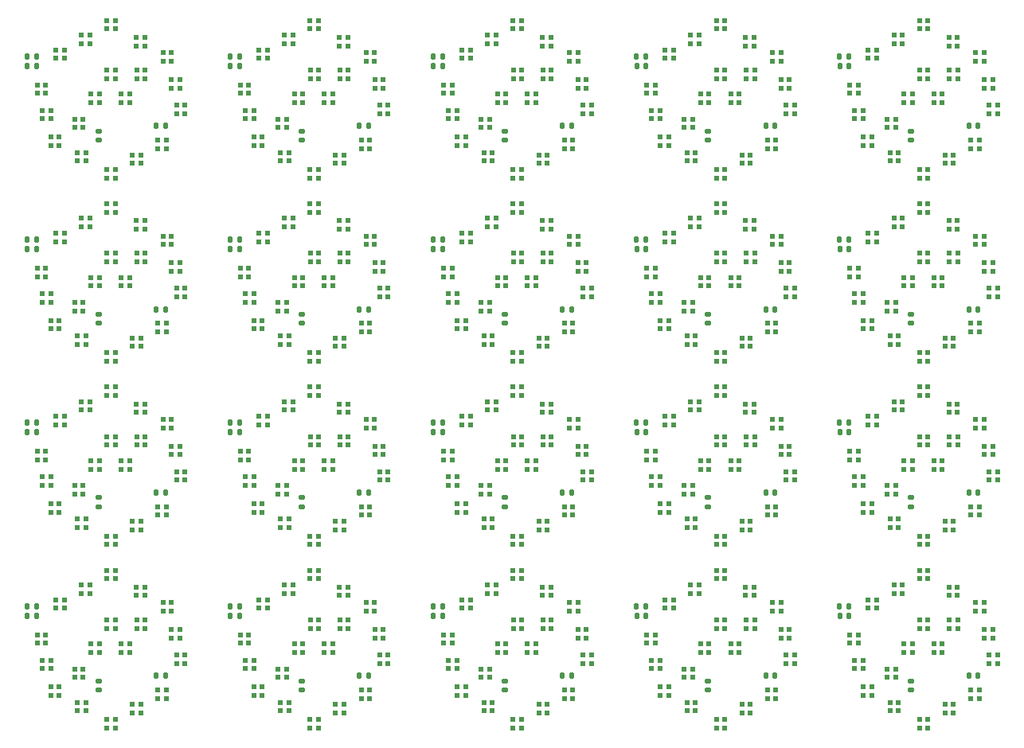
<source format=gbr>
%TF.GenerationSoftware,KiCad,Pcbnew,8.0.4*%
%TF.CreationDate,2024-10-23T13:10:21+11:00*%
%TF.ProjectId,panel,70616e65-6c2e-46b6-9963-61645f706362,rev?*%
%TF.SameCoordinates,Original*%
%TF.FileFunction,Paste,Top*%
%TF.FilePolarity,Positive*%
%FSLAX46Y46*%
G04 Gerber Fmt 4.6, Leading zero omitted, Abs format (unit mm)*
G04 Created by KiCad (PCBNEW 8.0.4) date 2024-10-23 13:10:21*
%MOMM*%
%LPD*%
G01*
G04 APERTURE LIST*
G04 Aperture macros list*
%AMRoundRect*
0 Rectangle with rounded corners*
0 $1 Rounding radius*
0 $2 $3 $4 $5 $6 $7 $8 $9 X,Y pos of 4 corners*
0 Add a 4 corners polygon primitive as box body*
4,1,4,$2,$3,$4,$5,$6,$7,$8,$9,$2,$3,0*
0 Add four circle primitives for the rounded corners*
1,1,$1+$1,$2,$3*
1,1,$1+$1,$4,$5*
1,1,$1+$1,$6,$7*
1,1,$1+$1,$8,$9*
0 Add four rect primitives between the rounded corners*
20,1,$1+$1,$2,$3,$4,$5,0*
20,1,$1+$1,$4,$5,$6,$7,0*
20,1,$1+$1,$6,$7,$8,$9,0*
20,1,$1+$1,$8,$9,$2,$3,0*%
G04 Aperture macros list end*
%ADD10R,0.500000X0.500000*%
%ADD11RoundRect,0.140000X-0.140000X-0.170000X0.140000X-0.170000X0.140000X0.170000X-0.140000X0.170000X0*%
%ADD12RoundRect,0.135000X0.135000X0.185000X-0.135000X0.185000X-0.135000X-0.185000X0.135000X-0.185000X0*%
%ADD13RoundRect,0.140000X0.170000X-0.140000X0.170000X0.140000X-0.170000X0.140000X-0.170000X-0.140000X0*%
G04 APERTURE END LIST*
D10*
%TO.C,D11*%
X58325000Y-42834347D03*
X58325000Y-41934347D03*
X57425000Y-41934347D03*
X57425000Y-42834347D03*
%TD*%
%TO.C,D7*%
X46356250Y-56369578D03*
X46356250Y-57269578D03*
X47256250Y-57269578D03*
X47256250Y-56369578D03*
%TD*%
%TO.C,D5*%
X66518750Y-11807493D03*
X66518750Y-12707493D03*
X67418750Y-12707493D03*
X67418750Y-11807493D03*
%TD*%
%TO.C,D2*%
X57831250Y-48931105D03*
X57831250Y-49831105D03*
X58731250Y-49831105D03*
X58731250Y-48931105D03*
%TD*%
D11*
%TO.C,C1*%
X8880000Y-13194000D03*
X9840000Y-13194000D03*
%TD*%
D10*
%TO.C,D15*%
X100327837Y-57872522D03*
X100327837Y-58772522D03*
X101227837Y-58772522D03*
X101227837Y-57872522D03*
%TD*%
%TO.C,D8*%
X88487500Y-80499224D03*
X88487500Y-79599224D03*
X87587500Y-79599224D03*
X87587500Y-80499224D03*
%TD*%
%TO.C,D13*%
X97775000Y-18830274D03*
X97775000Y-17930274D03*
X96875000Y-17930274D03*
X96875000Y-18830274D03*
%TD*%
%TO.C,D16*%
X37275357Y-56118005D03*
X38175357Y-56118005D03*
X38175357Y-55218005D03*
X37275357Y-55218005D03*
%TD*%
%TO.C,D9*%
X42568750Y-62568895D03*
X42568750Y-61668895D03*
X41668750Y-61668895D03*
X41668750Y-62568895D03*
%TD*%
%TO.C,D14*%
X75643750Y-74630422D03*
X75643750Y-73730422D03*
X74743750Y-73730422D03*
X74743750Y-74630422D03*
%TD*%
%TO.C,D3*%
X60550000Y-8361434D03*
X60550000Y-9261434D03*
X61450000Y-9261434D03*
X61450000Y-8361434D03*
%TD*%
%TO.C,D11*%
X36725000Y-62334347D03*
X36725000Y-61434347D03*
X35825000Y-61434347D03*
X35825000Y-62334347D03*
%TD*%
%TO.C,D3*%
X82150000Y-8361434D03*
X82150000Y-9261434D03*
X83050000Y-9261434D03*
X83050000Y-8361434D03*
%TD*%
%TO.C,D4*%
X63675000Y-10165653D03*
X63675000Y-11065653D03*
X64575000Y-11065653D03*
X64575000Y-10165653D03*
%TD*%
D11*
%TO.C,C1*%
X30480000Y-71694000D03*
X31440000Y-71694000D03*
%TD*%
D10*
%TO.C,D5*%
X66518750Y-70307493D03*
X66518750Y-71207493D03*
X67418750Y-71207493D03*
X67418750Y-70307493D03*
%TD*%
%TO.C,D8*%
X66887500Y-60999224D03*
X66887500Y-60099224D03*
X65987500Y-60099224D03*
X65987500Y-60999224D03*
%TD*%
%TO.C,D18*%
X38965165Y-73051132D03*
X39865165Y-73051132D03*
X39865165Y-72151132D03*
X38965165Y-72151132D03*
%TD*%
%TO.C,D4*%
X42075000Y-49165653D03*
X42075000Y-50065653D03*
X42975000Y-50065653D03*
X42975000Y-49165653D03*
%TD*%
%TO.C,D8*%
X66887500Y-41499224D03*
X66887500Y-40599224D03*
X65987500Y-40599224D03*
X65987500Y-41499224D03*
%TD*%
%TO.C,D12*%
X98681250Y-41192507D03*
X98681250Y-40292507D03*
X97781250Y-40292507D03*
X97781250Y-41192507D03*
%TD*%
%TO.C,D19*%
X106911190Y-72151132D03*
X106911190Y-73051132D03*
X107811190Y-73051132D03*
X107811190Y-72151132D03*
%TD*%
%TO.C,D10*%
X104650000Y-83638566D03*
X104650000Y-82738566D03*
X103750000Y-82738566D03*
X103750000Y-83638566D03*
%TD*%
D11*
%TO.C,C2*%
X87396000Y-58602000D03*
X88356000Y-58602000D03*
%TD*%
D10*
%TO.C,D10*%
X83050000Y-25138566D03*
X83050000Y-24238566D03*
X82150000Y-24238566D03*
X82150000Y-25138566D03*
%TD*%
%TO.C,D16*%
X37275357Y-17118005D03*
X38175357Y-17118005D03*
X38175357Y-16218005D03*
X37275357Y-16218005D03*
%TD*%
%TO.C,D7*%
X46356250Y-36869578D03*
X46356250Y-37769578D03*
X47256250Y-37769578D03*
X47256250Y-36869578D03*
%TD*%
D12*
%TO.C,R1*%
X74670000Y-12178000D03*
X73650000Y-12178000D03*
%TD*%
D10*
%TO.C,D6*%
X89025000Y-53669726D03*
X89025000Y-54569726D03*
X89925000Y-54569726D03*
X89925000Y-53669726D03*
%TD*%
%TO.C,D2*%
X101031250Y-48931105D03*
X101031250Y-49831105D03*
X101931250Y-49831105D03*
X101931250Y-48931105D03*
%TD*%
%TO.C,D7*%
X24756250Y-36869578D03*
X24756250Y-37769578D03*
X25656250Y-37769578D03*
X25656250Y-36869578D03*
%TD*%
%TO.C,D14*%
X97243750Y-74630422D03*
X97243750Y-73730422D03*
X96343750Y-73730422D03*
X96343750Y-74630422D03*
%TD*%
%TO.C,D12*%
X77081250Y-41192507D03*
X77081250Y-40292507D03*
X76181250Y-40292507D03*
X76181250Y-41192507D03*
%TD*%
%TO.C,D15*%
X57127837Y-77372522D03*
X57127837Y-78272522D03*
X58027837Y-78272522D03*
X58027837Y-77372522D03*
%TD*%
%TO.C,D17*%
X62076664Y-36618005D03*
X62976664Y-36618005D03*
X62976664Y-35718005D03*
X62076664Y-35718005D03*
%TD*%
%TO.C,D14*%
X10843750Y-16130422D03*
X10843750Y-15230422D03*
X9943750Y-15230422D03*
X9943750Y-16130422D03*
%TD*%
%TO.C,D1*%
X98312500Y-11500776D03*
X98312500Y-12400776D03*
X99212500Y-12400776D03*
X99212500Y-11500776D03*
%TD*%
%TO.C,D4*%
X42075000Y-29665653D03*
X42075000Y-30565653D03*
X42975000Y-30565653D03*
X42975000Y-29665653D03*
%TD*%
D11*
%TO.C,C2*%
X87396000Y-39102000D03*
X88356000Y-39102000D03*
%TD*%
D12*
%TO.C,R1*%
X96270000Y-31678000D03*
X95250000Y-31678000D03*
%TD*%
D10*
%TO.C,D11*%
X79925000Y-42834347D03*
X79925000Y-41934347D03*
X79025000Y-41934347D03*
X79025000Y-42834347D03*
%TD*%
%TO.C,D4*%
X63675000Y-29665653D03*
X63675000Y-30565653D03*
X64575000Y-30565653D03*
X64575000Y-29665653D03*
%TD*%
%TO.C,D5*%
X23318750Y-11807493D03*
X23318750Y-12707493D03*
X24218750Y-12707493D03*
X24218750Y-11807493D03*
%TD*%
%TO.C,D9*%
X85768750Y-82068895D03*
X85768750Y-81168895D03*
X84868750Y-81168895D03*
X84868750Y-82068895D03*
%TD*%
%TO.C,D3*%
X103750000Y-8361434D03*
X103750000Y-9261434D03*
X104650000Y-9261434D03*
X104650000Y-8361434D03*
%TD*%
%TO.C,D11*%
X15125000Y-81834347D03*
X15125000Y-80934347D03*
X14225000Y-80934347D03*
X14225000Y-81834347D03*
%TD*%
%TO.C,D8*%
X66887500Y-21999224D03*
X66887500Y-21099224D03*
X65987500Y-21099224D03*
X65987500Y-21999224D03*
%TD*%
D11*
%TO.C,C2*%
X87396000Y-19602000D03*
X88356000Y-19602000D03*
%TD*%
D13*
%TO.C,C3*%
X81272000Y-40598000D03*
X81272000Y-39638000D03*
%TD*%
D10*
%TO.C,D17*%
X105276664Y-75618005D03*
X106176664Y-75618005D03*
X106176664Y-74718005D03*
X105276664Y-74718005D03*
%TD*%
D11*
%TO.C,C1*%
X95280000Y-32694000D03*
X96240000Y-32694000D03*
%TD*%
D10*
%TO.C,D18*%
X103765165Y-14551132D03*
X104665165Y-14551132D03*
X104665165Y-13651132D03*
X103765165Y-13651132D03*
%TD*%
D11*
%TO.C,C2*%
X108996000Y-58602000D03*
X109956000Y-58602000D03*
%TD*%
D10*
%TO.C,D15*%
X57127837Y-57872522D03*
X57127837Y-58772522D03*
X58027837Y-58772522D03*
X58027837Y-57872522D03*
%TD*%
D11*
%TO.C,C2*%
X65796000Y-78102000D03*
X66756000Y-78102000D03*
%TD*%
D10*
%TO.C,D9*%
X64168750Y-82068895D03*
X64168750Y-81168895D03*
X63268750Y-81168895D03*
X63268750Y-82068895D03*
%TD*%
%TO.C,D3*%
X38950000Y-27861434D03*
X38950000Y-28761434D03*
X39850000Y-28761434D03*
X39850000Y-27861434D03*
%TD*%
%TO.C,D9*%
X42568750Y-43068895D03*
X42568750Y-42168895D03*
X41668750Y-42168895D03*
X41668750Y-43068895D03*
%TD*%
D13*
%TO.C,C3*%
X81272000Y-21098000D03*
X81272000Y-20138000D03*
%TD*%
D10*
%TO.C,D4*%
X20475000Y-10165653D03*
X20475000Y-11065653D03*
X21375000Y-11065653D03*
X21375000Y-10165653D03*
%TD*%
D11*
%TO.C,C1*%
X73680000Y-32694000D03*
X74640000Y-32694000D03*
%TD*%
D10*
%TO.C,D12*%
X98681250Y-60692507D03*
X98681250Y-59792507D03*
X97781250Y-59792507D03*
X97781250Y-60692507D03*
%TD*%
%TO.C,D19*%
X63711190Y-33151132D03*
X63711190Y-34051132D03*
X64611190Y-34051132D03*
X64611190Y-33151132D03*
%TD*%
%TO.C,D10*%
X61450000Y-44638566D03*
X61450000Y-43738566D03*
X60550000Y-43738566D03*
X60550000Y-44638566D03*
%TD*%
%TO.C,D17*%
X105276664Y-56118005D03*
X106176664Y-56118005D03*
X106176664Y-55218005D03*
X105276664Y-55218005D03*
%TD*%
%TO.C,D2*%
X14631250Y-48931105D03*
X14631250Y-49831105D03*
X15531250Y-49831105D03*
X15531250Y-48931105D03*
%TD*%
%TO.C,D5*%
X88118750Y-11807493D03*
X88118750Y-12707493D03*
X89018750Y-12707493D03*
X89018750Y-11807493D03*
%TD*%
%TO.C,D5*%
X66518750Y-31307493D03*
X66518750Y-32207493D03*
X67418750Y-32207493D03*
X67418750Y-31307493D03*
%TD*%
%TO.C,D14*%
X32443750Y-55130422D03*
X32443750Y-54230422D03*
X31543750Y-54230422D03*
X31543750Y-55130422D03*
%TD*%
%TO.C,D18*%
X17365165Y-14551132D03*
X18265165Y-14551132D03*
X18265165Y-13651132D03*
X17365165Y-13651132D03*
%TD*%
%TO.C,D19*%
X42111190Y-13651132D03*
X42111190Y-14551132D03*
X43011190Y-14551132D03*
X43011190Y-13651132D03*
%TD*%
%TO.C,D8*%
X88487500Y-60999224D03*
X88487500Y-60099224D03*
X87587500Y-60099224D03*
X87587500Y-60999224D03*
%TD*%
%TO.C,D14*%
X10843750Y-35630422D03*
X10843750Y-34730422D03*
X9943750Y-34730422D03*
X9943750Y-35630422D03*
%TD*%
%TO.C,D10*%
X18250000Y-25138566D03*
X18250000Y-24238566D03*
X17350000Y-24238566D03*
X17350000Y-25138566D03*
%TD*%
%TO.C,D12*%
X12281250Y-21692507D03*
X12281250Y-20792507D03*
X11381250Y-20792507D03*
X11381250Y-21692507D03*
%TD*%
%TO.C,D2*%
X79431250Y-29431105D03*
X79431250Y-30331105D03*
X80331250Y-30331105D03*
X80331250Y-29431105D03*
%TD*%
D11*
%TO.C,C1*%
X73680000Y-13194000D03*
X74640000Y-13194000D03*
%TD*%
D10*
%TO.C,D15*%
X100327837Y-18872522D03*
X100327837Y-19772522D03*
X101227837Y-19772522D03*
X101227837Y-18872522D03*
%TD*%
%TO.C,D8*%
X23687500Y-21999224D03*
X23687500Y-21099224D03*
X22787500Y-21099224D03*
X22787500Y-21999224D03*
%TD*%
%TO.C,D7*%
X67956250Y-75869578D03*
X67956250Y-76769578D03*
X68856250Y-76769578D03*
X68856250Y-75869578D03*
%TD*%
D12*
%TO.C,R1*%
X96270000Y-12178000D03*
X95250000Y-12178000D03*
%TD*%
D10*
%TO.C,D10*%
X61450000Y-25138566D03*
X61450000Y-24238566D03*
X60550000Y-24238566D03*
X60550000Y-25138566D03*
%TD*%
D12*
%TO.C,R1*%
X53070000Y-31678000D03*
X52050000Y-31678000D03*
%TD*%
D10*
%TO.C,D1*%
X33512500Y-11500776D03*
X33512500Y-12400776D03*
X34412500Y-12400776D03*
X34412500Y-11500776D03*
%TD*%
%TO.C,D8*%
X88487500Y-21999224D03*
X88487500Y-21099224D03*
X87587500Y-21099224D03*
X87587500Y-21999224D03*
%TD*%
D11*
%TO.C,C1*%
X73680000Y-52194000D03*
X74640000Y-52194000D03*
%TD*%
%TO.C,C2*%
X87396000Y-78102000D03*
X88356000Y-78102000D03*
%TD*%
D10*
%TO.C,D10*%
X18250000Y-83638566D03*
X18250000Y-82738566D03*
X17350000Y-82738566D03*
X17350000Y-83638566D03*
%TD*%
D13*
%TO.C,C3*%
X38072000Y-79598000D03*
X38072000Y-78638000D03*
%TD*%
D10*
%TO.C,D17*%
X40476664Y-17118005D03*
X41376664Y-17118005D03*
X41376664Y-16218005D03*
X40476664Y-16218005D03*
%TD*%
D11*
%TO.C,C2*%
X44196000Y-58602000D03*
X45156000Y-58602000D03*
%TD*%
D10*
%TO.C,D8*%
X23687500Y-41499224D03*
X23687500Y-40599224D03*
X22787500Y-40599224D03*
X22787500Y-41499224D03*
%TD*%
%TO.C,D18*%
X60565165Y-34051132D03*
X61465165Y-34051132D03*
X61465165Y-33151132D03*
X60565165Y-33151132D03*
%TD*%
%TO.C,D8*%
X88487500Y-41499224D03*
X88487500Y-40599224D03*
X87587500Y-40599224D03*
X87587500Y-41499224D03*
%TD*%
%TO.C,D6*%
X45825000Y-34169726D03*
X45825000Y-35069726D03*
X46725000Y-35069726D03*
X46725000Y-34169726D03*
%TD*%
%TO.C,D19*%
X20511190Y-72151132D03*
X20511190Y-73051132D03*
X21411190Y-73051132D03*
X21411190Y-72151132D03*
%TD*%
%TO.C,D3*%
X17350000Y-66861434D03*
X17350000Y-67761434D03*
X18250000Y-67761434D03*
X18250000Y-66861434D03*
%TD*%
%TO.C,D11*%
X101525000Y-81834347D03*
X101525000Y-80934347D03*
X100625000Y-80934347D03*
X100625000Y-81834347D03*
%TD*%
%TO.C,D18*%
X17365165Y-53551132D03*
X18265165Y-53551132D03*
X18265165Y-52651132D03*
X17365165Y-52651132D03*
%TD*%
D12*
%TO.C,R1*%
X74670000Y-70678000D03*
X73650000Y-70678000D03*
%TD*%
D10*
%TO.C,D1*%
X33512500Y-31000776D03*
X33512500Y-31900776D03*
X34412500Y-31900776D03*
X34412500Y-31000776D03*
%TD*%
%TO.C,D12*%
X33881250Y-41192507D03*
X33881250Y-40292507D03*
X32981250Y-40292507D03*
X32981250Y-41192507D03*
%TD*%
%TO.C,D8*%
X110087500Y-80499224D03*
X110087500Y-79599224D03*
X109187500Y-79599224D03*
X109187500Y-80499224D03*
%TD*%
%TO.C,D6*%
X24225000Y-34169726D03*
X24225000Y-35069726D03*
X25125000Y-35069726D03*
X25125000Y-34169726D03*
%TD*%
%TO.C,D3*%
X60550000Y-66861434D03*
X60550000Y-67761434D03*
X61450000Y-67761434D03*
X61450000Y-66861434D03*
%TD*%
D12*
%TO.C,R1*%
X9870000Y-12178000D03*
X8850000Y-12178000D03*
%TD*%
D10*
%TO.C,D16*%
X80475357Y-17118005D03*
X81375357Y-17118005D03*
X81375357Y-16218005D03*
X80475357Y-16218005D03*
%TD*%
%TO.C,D14*%
X75643750Y-55130422D03*
X75643750Y-54230422D03*
X74743750Y-54230422D03*
X74743750Y-55130422D03*
%TD*%
%TO.C,D9*%
X20968750Y-23568895D03*
X20968750Y-22668895D03*
X20068750Y-22668895D03*
X20068750Y-23568895D03*
%TD*%
%TO.C,D19*%
X85311190Y-13651132D03*
X85311190Y-14551132D03*
X86211190Y-14551132D03*
X86211190Y-13651132D03*
%TD*%
%TO.C,D9*%
X85768750Y-43068895D03*
X85768750Y-42168895D03*
X84868750Y-42168895D03*
X84868750Y-43068895D03*
%TD*%
%TO.C,D16*%
X58875357Y-36618005D03*
X59775357Y-36618005D03*
X59775357Y-35718005D03*
X58875357Y-35718005D03*
%TD*%
%TO.C,D6*%
X110625000Y-73169726D03*
X110625000Y-74069726D03*
X111525000Y-74069726D03*
X111525000Y-73169726D03*
%TD*%
D11*
%TO.C,C1*%
X52080000Y-32694000D03*
X53040000Y-32694000D03*
%TD*%
D13*
%TO.C,C3*%
X59672000Y-60098000D03*
X59672000Y-59138000D03*
%TD*%
D10*
%TO.C,D11*%
X101525000Y-23334347D03*
X101525000Y-22434347D03*
X100625000Y-22434347D03*
X100625000Y-23334347D03*
%TD*%
%TO.C,D19*%
X42111190Y-52651132D03*
X42111190Y-53551132D03*
X43011190Y-53551132D03*
X43011190Y-52651132D03*
%TD*%
D12*
%TO.C,R1*%
X31470000Y-70678000D03*
X30450000Y-70678000D03*
%TD*%
D10*
%TO.C,D3*%
X17350000Y-47361434D03*
X17350000Y-48261434D03*
X18250000Y-48261434D03*
X18250000Y-47361434D03*
%TD*%
%TO.C,D17*%
X18876664Y-56118005D03*
X19776664Y-56118005D03*
X19776664Y-55218005D03*
X18876664Y-55218005D03*
%TD*%
%TO.C,D16*%
X58875357Y-75618005D03*
X59775357Y-75618005D03*
X59775357Y-74718005D03*
X58875357Y-74718005D03*
%TD*%
%TO.C,D17*%
X105276664Y-36618005D03*
X106176664Y-36618005D03*
X106176664Y-35718005D03*
X105276664Y-35718005D03*
%TD*%
%TO.C,D9*%
X20968750Y-82068895D03*
X20968750Y-81168895D03*
X20068750Y-81168895D03*
X20068750Y-82068895D03*
%TD*%
%TO.C,D8*%
X110087500Y-60999224D03*
X110087500Y-60099224D03*
X109187500Y-60099224D03*
X109187500Y-60999224D03*
%TD*%
%TO.C,D14*%
X54043750Y-35630422D03*
X54043750Y-34730422D03*
X53143750Y-34730422D03*
X53143750Y-35630422D03*
%TD*%
D12*
%TO.C,R1*%
X96270000Y-70678000D03*
X95250000Y-70678000D03*
%TD*%
D10*
%TO.C,D18*%
X17365165Y-34051132D03*
X18265165Y-34051132D03*
X18265165Y-33151132D03*
X17365165Y-33151132D03*
%TD*%
%TO.C,D8*%
X45287500Y-80499224D03*
X45287500Y-79599224D03*
X44387500Y-79599224D03*
X44387500Y-80499224D03*
%TD*%
%TO.C,D18*%
X38965165Y-14551132D03*
X39865165Y-14551132D03*
X39865165Y-13651132D03*
X38965165Y-13651132D03*
%TD*%
%TO.C,D6*%
X67425000Y-14669726D03*
X67425000Y-15569726D03*
X68325000Y-15569726D03*
X68325000Y-14669726D03*
%TD*%
%TO.C,D14*%
X97243750Y-16130422D03*
X97243750Y-15230422D03*
X96343750Y-15230422D03*
X96343750Y-16130422D03*
%TD*%
%TO.C,D14*%
X54043750Y-55130422D03*
X54043750Y-54230422D03*
X53143750Y-54230422D03*
X53143750Y-55130422D03*
%TD*%
D13*
%TO.C,C3*%
X102872000Y-40598000D03*
X102872000Y-39638000D03*
%TD*%
D10*
%TO.C,D7*%
X111156250Y-56369578D03*
X111156250Y-57269578D03*
X112056250Y-57269578D03*
X112056250Y-56369578D03*
%TD*%
%TO.C,D13*%
X76175000Y-18830274D03*
X76175000Y-17930274D03*
X75275000Y-17930274D03*
X75275000Y-18830274D03*
%TD*%
%TO.C,D4*%
X106875000Y-68665653D03*
X106875000Y-69565653D03*
X107775000Y-69565653D03*
X107775000Y-68665653D03*
%TD*%
%TO.C,D1*%
X98312500Y-31000776D03*
X98312500Y-31900776D03*
X99212500Y-31900776D03*
X99212500Y-31000776D03*
%TD*%
%TO.C,D4*%
X85275000Y-29665653D03*
X85275000Y-30565653D03*
X86175000Y-30565653D03*
X86175000Y-29665653D03*
%TD*%
%TO.C,D4*%
X85275000Y-68665653D03*
X85275000Y-69565653D03*
X86175000Y-69565653D03*
X86175000Y-68665653D03*
%TD*%
%TO.C,D18*%
X60565165Y-53551132D03*
X61465165Y-53551132D03*
X61465165Y-52651132D03*
X60565165Y-52651132D03*
%TD*%
%TO.C,D13*%
X76175000Y-77330274D03*
X76175000Y-76430274D03*
X75275000Y-76430274D03*
X75275000Y-77330274D03*
%TD*%
%TO.C,D16*%
X37275357Y-36618005D03*
X38175357Y-36618005D03*
X38175357Y-35718005D03*
X37275357Y-35718005D03*
%TD*%
%TO.C,D12*%
X55481250Y-41192507D03*
X55481250Y-40292507D03*
X54581250Y-40292507D03*
X54581250Y-41192507D03*
%TD*%
%TO.C,D19*%
X63711190Y-72151132D03*
X63711190Y-73051132D03*
X64611190Y-73051132D03*
X64611190Y-72151132D03*
%TD*%
D11*
%TO.C,C1*%
X30480000Y-13194000D03*
X31440000Y-13194000D03*
%TD*%
D10*
%TO.C,D4*%
X42075000Y-10165653D03*
X42075000Y-11065653D03*
X42975000Y-11065653D03*
X42975000Y-10165653D03*
%TD*%
%TO.C,D18*%
X60565165Y-73051132D03*
X61465165Y-73051132D03*
X61465165Y-72151132D03*
X60565165Y-72151132D03*
%TD*%
%TO.C,D3*%
X103750000Y-27861434D03*
X103750000Y-28761434D03*
X104650000Y-28761434D03*
X104650000Y-27861434D03*
%TD*%
D11*
%TO.C,C2*%
X65796000Y-58602000D03*
X66756000Y-58602000D03*
%TD*%
%TO.C,C1*%
X8880000Y-71694000D03*
X9840000Y-71694000D03*
%TD*%
D10*
%TO.C,D18*%
X38965165Y-34051132D03*
X39865165Y-34051132D03*
X39865165Y-33151132D03*
X38965165Y-33151132D03*
%TD*%
%TO.C,D7*%
X67956250Y-56369578D03*
X67956250Y-57269578D03*
X68856250Y-57269578D03*
X68856250Y-56369578D03*
%TD*%
%TO.C,D1*%
X11912500Y-50500776D03*
X11912500Y-51400776D03*
X12812500Y-51400776D03*
X12812500Y-50500776D03*
%TD*%
%TO.C,D9*%
X107368750Y-62568895D03*
X107368750Y-61668895D03*
X106468750Y-61668895D03*
X106468750Y-62568895D03*
%TD*%
%TO.C,D12*%
X77081250Y-80192507D03*
X77081250Y-79292507D03*
X76181250Y-79292507D03*
X76181250Y-80192507D03*
%TD*%
%TO.C,D13*%
X97775000Y-38330274D03*
X97775000Y-37430274D03*
X96875000Y-37430274D03*
X96875000Y-38330274D03*
%TD*%
%TO.C,D17*%
X18876664Y-36618005D03*
X19776664Y-36618005D03*
X19776664Y-35718005D03*
X18876664Y-35718005D03*
%TD*%
%TO.C,D4*%
X85275000Y-49165653D03*
X85275000Y-50065653D03*
X86175000Y-50065653D03*
X86175000Y-49165653D03*
%TD*%
%TO.C,D7*%
X111156250Y-17369578D03*
X111156250Y-18269578D03*
X112056250Y-18269578D03*
X112056250Y-17369578D03*
%TD*%
%TO.C,D17*%
X83676664Y-56118005D03*
X84576664Y-56118005D03*
X84576664Y-55218005D03*
X83676664Y-55218005D03*
%TD*%
%TO.C,D10*%
X39850000Y-64138566D03*
X39850000Y-63238566D03*
X38950000Y-63238566D03*
X38950000Y-64138566D03*
%TD*%
%TO.C,D2*%
X14631250Y-9931105D03*
X14631250Y-10831105D03*
X15531250Y-10831105D03*
X15531250Y-9931105D03*
%TD*%
%TO.C,D17*%
X18876664Y-17118005D03*
X19776664Y-17118005D03*
X19776664Y-16218005D03*
X18876664Y-16218005D03*
%TD*%
%TO.C,D2*%
X57831250Y-9931105D03*
X57831250Y-10831105D03*
X58731250Y-10831105D03*
X58731250Y-9931105D03*
%TD*%
%TO.C,D13*%
X97775000Y-57830274D03*
X97775000Y-56930274D03*
X96875000Y-56930274D03*
X96875000Y-57830274D03*
%TD*%
%TO.C,D14*%
X10843750Y-55130422D03*
X10843750Y-54230422D03*
X9943750Y-54230422D03*
X9943750Y-55130422D03*
%TD*%
D13*
%TO.C,C3*%
X38072000Y-40598000D03*
X38072000Y-39638000D03*
%TD*%
D10*
%TO.C,D7*%
X67956250Y-17369578D03*
X67956250Y-18269578D03*
X68856250Y-18269578D03*
X68856250Y-17369578D03*
%TD*%
%TO.C,D18*%
X82165165Y-53551132D03*
X83065165Y-53551132D03*
X83065165Y-52651132D03*
X82165165Y-52651132D03*
%TD*%
%TO.C,D15*%
X100327837Y-77372522D03*
X100327837Y-78272522D03*
X101227837Y-78272522D03*
X101227837Y-77372522D03*
%TD*%
%TO.C,D6*%
X110625000Y-34169726D03*
X110625000Y-35069726D03*
X111525000Y-35069726D03*
X111525000Y-34169726D03*
%TD*%
%TO.C,D5*%
X88118750Y-31307493D03*
X88118750Y-32207493D03*
X89018750Y-32207493D03*
X89018750Y-31307493D03*
%TD*%
%TO.C,D15*%
X78727837Y-77372522D03*
X78727837Y-78272522D03*
X79627837Y-78272522D03*
X79627837Y-77372522D03*
%TD*%
%TO.C,D9*%
X42568750Y-82068895D03*
X42568750Y-81168895D03*
X41668750Y-81168895D03*
X41668750Y-82068895D03*
%TD*%
D11*
%TO.C,C1*%
X52080000Y-71694000D03*
X53040000Y-71694000D03*
%TD*%
D10*
%TO.C,D13*%
X54575000Y-18830274D03*
X54575000Y-17930274D03*
X53675000Y-17930274D03*
X53675000Y-18830274D03*
%TD*%
%TO.C,D14*%
X75643750Y-16130422D03*
X75643750Y-15230422D03*
X74743750Y-15230422D03*
X74743750Y-16130422D03*
%TD*%
%TO.C,D19*%
X106911190Y-52651132D03*
X106911190Y-53551132D03*
X107811190Y-53551132D03*
X107811190Y-52651132D03*
%TD*%
%TO.C,D5*%
X88118750Y-70307493D03*
X88118750Y-71207493D03*
X89018750Y-71207493D03*
X89018750Y-70307493D03*
%TD*%
%TO.C,D10*%
X39850000Y-83638566D03*
X39850000Y-82738566D03*
X38950000Y-82738566D03*
X38950000Y-83638566D03*
%TD*%
%TO.C,D4*%
X63675000Y-68665653D03*
X63675000Y-69565653D03*
X64575000Y-69565653D03*
X64575000Y-68665653D03*
%TD*%
D13*
%TO.C,C3*%
X16472000Y-79598000D03*
X16472000Y-78638000D03*
%TD*%
D10*
%TO.C,D15*%
X78727837Y-18872522D03*
X78727837Y-19772522D03*
X79627837Y-19772522D03*
X79627837Y-18872522D03*
%TD*%
%TO.C,D11*%
X58325000Y-23334347D03*
X58325000Y-22434347D03*
X57425000Y-22434347D03*
X57425000Y-23334347D03*
%TD*%
%TO.C,D5*%
X109718750Y-11807493D03*
X109718750Y-12707493D03*
X110618750Y-12707493D03*
X110618750Y-11807493D03*
%TD*%
%TO.C,D13*%
X11375000Y-57830274D03*
X11375000Y-56930274D03*
X10475000Y-56930274D03*
X10475000Y-57830274D03*
%TD*%
%TO.C,D10*%
X104650000Y-64138566D03*
X104650000Y-63238566D03*
X103750000Y-63238566D03*
X103750000Y-64138566D03*
%TD*%
%TO.C,D13*%
X11375000Y-38330274D03*
X11375000Y-37430274D03*
X10475000Y-37430274D03*
X10475000Y-38330274D03*
%TD*%
%TO.C,D13*%
X54575000Y-57830274D03*
X54575000Y-56930274D03*
X53675000Y-56930274D03*
X53675000Y-57830274D03*
%TD*%
%TO.C,D15*%
X57127837Y-38372522D03*
X57127837Y-39272522D03*
X58027837Y-39272522D03*
X58027837Y-38372522D03*
%TD*%
%TO.C,D9*%
X20968750Y-62568895D03*
X20968750Y-61668895D03*
X20068750Y-61668895D03*
X20068750Y-62568895D03*
%TD*%
%TO.C,D11*%
X58325000Y-62334347D03*
X58325000Y-61434347D03*
X57425000Y-61434347D03*
X57425000Y-62334347D03*
%TD*%
%TO.C,D6*%
X67425000Y-34169726D03*
X67425000Y-35069726D03*
X68325000Y-35069726D03*
X68325000Y-34169726D03*
%TD*%
D11*
%TO.C,C1*%
X52080000Y-52194000D03*
X53040000Y-52194000D03*
%TD*%
D10*
%TO.C,D14*%
X32443750Y-16130422D03*
X32443750Y-15230422D03*
X31543750Y-15230422D03*
X31543750Y-16130422D03*
%TD*%
D11*
%TO.C,C1*%
X95280000Y-52194000D03*
X96240000Y-52194000D03*
%TD*%
D10*
%TO.C,D3*%
X17350000Y-8361434D03*
X17350000Y-9261434D03*
X18250000Y-9261434D03*
X18250000Y-8361434D03*
%TD*%
D12*
%TO.C,R1*%
X9870000Y-51178000D03*
X8850000Y-51178000D03*
%TD*%
D10*
%TO.C,D17*%
X40476664Y-36618005D03*
X41376664Y-36618005D03*
X41376664Y-35718005D03*
X40476664Y-35718005D03*
%TD*%
D13*
%TO.C,C3*%
X59672000Y-21098000D03*
X59672000Y-20138000D03*
%TD*%
D10*
%TO.C,D8*%
X23687500Y-60999224D03*
X23687500Y-60099224D03*
X22787500Y-60099224D03*
X22787500Y-60999224D03*
%TD*%
%TO.C,D12*%
X77081250Y-60692507D03*
X77081250Y-59792507D03*
X76181250Y-59792507D03*
X76181250Y-60692507D03*
%TD*%
%TO.C,D15*%
X35527837Y-77372522D03*
X35527837Y-78272522D03*
X36427837Y-78272522D03*
X36427837Y-77372522D03*
%TD*%
%TO.C,D5*%
X44918750Y-50807493D03*
X44918750Y-51707493D03*
X45818750Y-51707493D03*
X45818750Y-50807493D03*
%TD*%
%TO.C,D11*%
X15125000Y-62334347D03*
X15125000Y-61434347D03*
X14225000Y-61434347D03*
X14225000Y-62334347D03*
%TD*%
%TO.C,D17*%
X83676664Y-75618005D03*
X84576664Y-75618005D03*
X84576664Y-74718005D03*
X83676664Y-74718005D03*
%TD*%
%TO.C,D3*%
X82150000Y-47361434D03*
X82150000Y-48261434D03*
X83050000Y-48261434D03*
X83050000Y-47361434D03*
%TD*%
D11*
%TO.C,C1*%
X30480000Y-32694000D03*
X31440000Y-32694000D03*
%TD*%
D10*
%TO.C,D2*%
X79431250Y-68431105D03*
X79431250Y-69331105D03*
X80331250Y-69331105D03*
X80331250Y-68431105D03*
%TD*%
%TO.C,D3*%
X103750000Y-47361434D03*
X103750000Y-48261434D03*
X104650000Y-48261434D03*
X104650000Y-47361434D03*
%TD*%
D12*
%TO.C,R1*%
X53070000Y-51178000D03*
X52050000Y-51178000D03*
%TD*%
D10*
%TO.C,D4*%
X20475000Y-29665653D03*
X20475000Y-30565653D03*
X21375000Y-30565653D03*
X21375000Y-29665653D03*
%TD*%
%TO.C,D15*%
X13927837Y-77372522D03*
X13927837Y-78272522D03*
X14827837Y-78272522D03*
X14827837Y-77372522D03*
%TD*%
%TO.C,D5*%
X109718750Y-50807493D03*
X109718750Y-51707493D03*
X110618750Y-51707493D03*
X110618750Y-50807493D03*
%TD*%
%TO.C,D14*%
X32443750Y-35630422D03*
X32443750Y-34730422D03*
X31543750Y-34730422D03*
X31543750Y-35630422D03*
%TD*%
D13*
%TO.C,C3*%
X81272000Y-79598000D03*
X81272000Y-78638000D03*
%TD*%
D10*
%TO.C,D19*%
X42111190Y-72151132D03*
X42111190Y-73051132D03*
X43011190Y-73051132D03*
X43011190Y-72151132D03*
%TD*%
%TO.C,D18*%
X17365165Y-73051132D03*
X18265165Y-73051132D03*
X18265165Y-72151132D03*
X17365165Y-72151132D03*
%TD*%
%TO.C,D5*%
X44918750Y-70307493D03*
X44918750Y-71207493D03*
X45818750Y-71207493D03*
X45818750Y-70307493D03*
%TD*%
%TO.C,D12*%
X33881250Y-80192507D03*
X33881250Y-79292507D03*
X32981250Y-79292507D03*
X32981250Y-80192507D03*
%TD*%
%TO.C,D17*%
X62076664Y-17118005D03*
X62976664Y-17118005D03*
X62976664Y-16218005D03*
X62076664Y-16218005D03*
%TD*%
D11*
%TO.C,C2*%
X22596000Y-58602000D03*
X23556000Y-58602000D03*
%TD*%
D10*
%TO.C,D7*%
X89556250Y-36869578D03*
X89556250Y-37769578D03*
X90456250Y-37769578D03*
X90456250Y-36869578D03*
%TD*%
%TO.C,D18*%
X60565165Y-14551132D03*
X61465165Y-14551132D03*
X61465165Y-13651132D03*
X60565165Y-13651132D03*
%TD*%
%TO.C,D13*%
X54575000Y-38330274D03*
X54575000Y-37430274D03*
X53675000Y-37430274D03*
X53675000Y-38330274D03*
%TD*%
D11*
%TO.C,C2*%
X22596000Y-78102000D03*
X23556000Y-78102000D03*
%TD*%
D10*
%TO.C,D6*%
X67425000Y-73169726D03*
X67425000Y-74069726D03*
X68325000Y-74069726D03*
X68325000Y-73169726D03*
%TD*%
%TO.C,D13*%
X76175000Y-38330274D03*
X76175000Y-37430274D03*
X75275000Y-37430274D03*
X75275000Y-38330274D03*
%TD*%
%TO.C,D12*%
X12281250Y-41192507D03*
X12281250Y-40292507D03*
X11381250Y-40292507D03*
X11381250Y-41192507D03*
%TD*%
%TO.C,D10*%
X39850000Y-25138566D03*
X39850000Y-24238566D03*
X38950000Y-24238566D03*
X38950000Y-25138566D03*
%TD*%
%TO.C,D2*%
X36231250Y-29431105D03*
X36231250Y-30331105D03*
X37131250Y-30331105D03*
X37131250Y-29431105D03*
%TD*%
%TO.C,D19*%
X63711190Y-13651132D03*
X63711190Y-14551132D03*
X64611190Y-14551132D03*
X64611190Y-13651132D03*
%TD*%
%TO.C,D15*%
X100327837Y-38372522D03*
X100327837Y-39272522D03*
X101227837Y-39272522D03*
X101227837Y-38372522D03*
%TD*%
%TO.C,D17*%
X105276664Y-17118005D03*
X106176664Y-17118005D03*
X106176664Y-16218005D03*
X105276664Y-16218005D03*
%TD*%
%TO.C,D13*%
X32975000Y-18830274D03*
X32975000Y-17930274D03*
X32075000Y-17930274D03*
X32075000Y-18830274D03*
%TD*%
D12*
%TO.C,R1*%
X31470000Y-12178000D03*
X30450000Y-12178000D03*
%TD*%
D10*
%TO.C,D16*%
X15675357Y-56118005D03*
X16575357Y-56118005D03*
X16575357Y-55218005D03*
X15675357Y-55218005D03*
%TD*%
%TO.C,D2*%
X36231250Y-9931105D03*
X36231250Y-10831105D03*
X37131250Y-10831105D03*
X37131250Y-9931105D03*
%TD*%
%TO.C,D17*%
X83676664Y-17118005D03*
X84576664Y-17118005D03*
X84576664Y-16218005D03*
X83676664Y-16218005D03*
%TD*%
%TO.C,D1*%
X55112500Y-50500776D03*
X55112500Y-51400776D03*
X56012500Y-51400776D03*
X56012500Y-50500776D03*
%TD*%
%TO.C,D19*%
X20511190Y-33151132D03*
X20511190Y-34051132D03*
X21411190Y-34051132D03*
X21411190Y-33151132D03*
%TD*%
%TO.C,D16*%
X58875357Y-17118005D03*
X59775357Y-17118005D03*
X59775357Y-16218005D03*
X58875357Y-16218005D03*
%TD*%
%TO.C,D6*%
X89025000Y-34169726D03*
X89025000Y-35069726D03*
X89925000Y-35069726D03*
X89925000Y-34169726D03*
%TD*%
D11*
%TO.C,C2*%
X44196000Y-39102000D03*
X45156000Y-39102000D03*
%TD*%
D10*
%TO.C,D4*%
X85275000Y-10165653D03*
X85275000Y-11065653D03*
X86175000Y-11065653D03*
X86175000Y-10165653D03*
%TD*%
D13*
%TO.C,C3*%
X102872000Y-60098000D03*
X102872000Y-59138000D03*
%TD*%
D10*
%TO.C,D4*%
X42075000Y-68665653D03*
X42075000Y-69565653D03*
X42975000Y-69565653D03*
X42975000Y-68665653D03*
%TD*%
%TO.C,D7*%
X67956250Y-36869578D03*
X67956250Y-37769578D03*
X68856250Y-37769578D03*
X68856250Y-36869578D03*
%TD*%
D13*
%TO.C,C3*%
X16472000Y-40598000D03*
X16472000Y-39638000D03*
%TD*%
D10*
%TO.C,D5*%
X66518750Y-50807493D03*
X66518750Y-51707493D03*
X67418750Y-51707493D03*
X67418750Y-50807493D03*
%TD*%
%TO.C,D11*%
X15125000Y-23334347D03*
X15125000Y-22434347D03*
X14225000Y-22434347D03*
X14225000Y-23334347D03*
%TD*%
%TO.C,D12*%
X55481250Y-21692507D03*
X55481250Y-20792507D03*
X54581250Y-20792507D03*
X54581250Y-21692507D03*
%TD*%
%TO.C,D6*%
X45825000Y-73169726D03*
X45825000Y-74069726D03*
X46725000Y-74069726D03*
X46725000Y-73169726D03*
%TD*%
D12*
%TO.C,R1*%
X96270000Y-51178000D03*
X95250000Y-51178000D03*
%TD*%
D10*
%TO.C,D19*%
X85311190Y-72151132D03*
X85311190Y-73051132D03*
X86211190Y-73051132D03*
X86211190Y-72151132D03*
%TD*%
%TO.C,D14*%
X97243750Y-35630422D03*
X97243750Y-34730422D03*
X96343750Y-34730422D03*
X96343750Y-35630422D03*
%TD*%
%TO.C,D15*%
X35527837Y-57872522D03*
X35527837Y-58772522D03*
X36427837Y-58772522D03*
X36427837Y-57872522D03*
%TD*%
D11*
%TO.C,C2*%
X22596000Y-19602000D03*
X23556000Y-19602000D03*
%TD*%
D10*
%TO.C,D2*%
X101031250Y-29431105D03*
X101031250Y-30331105D03*
X101931250Y-30331105D03*
X101931250Y-29431105D03*
%TD*%
%TO.C,D13*%
X32975000Y-38330274D03*
X32975000Y-37430274D03*
X32075000Y-37430274D03*
X32075000Y-38330274D03*
%TD*%
%TO.C,D1*%
X11912500Y-11500776D03*
X11912500Y-12400776D03*
X12812500Y-12400776D03*
X12812500Y-11500776D03*
%TD*%
%TO.C,D17*%
X18876664Y-75618005D03*
X19776664Y-75618005D03*
X19776664Y-74718005D03*
X18876664Y-74718005D03*
%TD*%
%TO.C,D5*%
X109718750Y-31307493D03*
X109718750Y-32207493D03*
X110618750Y-32207493D03*
X110618750Y-31307493D03*
%TD*%
D13*
%TO.C,C3*%
X59672000Y-40598000D03*
X59672000Y-39638000D03*
%TD*%
D10*
%TO.C,D15*%
X78727837Y-57872522D03*
X78727837Y-58772522D03*
X79627837Y-58772522D03*
X79627837Y-57872522D03*
%TD*%
%TO.C,D4*%
X20475000Y-49165653D03*
X20475000Y-50065653D03*
X21375000Y-50065653D03*
X21375000Y-49165653D03*
%TD*%
%TO.C,D13*%
X32975000Y-77330274D03*
X32975000Y-76430274D03*
X32075000Y-76430274D03*
X32075000Y-77330274D03*
%TD*%
%TO.C,D6*%
X110625000Y-53669726D03*
X110625000Y-54569726D03*
X111525000Y-54569726D03*
X111525000Y-53669726D03*
%TD*%
%TO.C,D8*%
X45287500Y-60999224D03*
X45287500Y-60099224D03*
X44387500Y-60099224D03*
X44387500Y-60999224D03*
%TD*%
%TO.C,D11*%
X36725000Y-23334347D03*
X36725000Y-22434347D03*
X35825000Y-22434347D03*
X35825000Y-23334347D03*
%TD*%
%TO.C,D13*%
X11375000Y-77330274D03*
X11375000Y-76430274D03*
X10475000Y-76430274D03*
X10475000Y-77330274D03*
%TD*%
%TO.C,D12*%
X55481250Y-60692507D03*
X55481250Y-59792507D03*
X54581250Y-59792507D03*
X54581250Y-60692507D03*
%TD*%
%TO.C,D12*%
X33881250Y-21692507D03*
X33881250Y-20792507D03*
X32981250Y-20792507D03*
X32981250Y-21692507D03*
%TD*%
%TO.C,D7*%
X24756250Y-75869578D03*
X24756250Y-76769578D03*
X25656250Y-76769578D03*
X25656250Y-75869578D03*
%TD*%
D11*
%TO.C,C1*%
X52080000Y-13194000D03*
X53040000Y-13194000D03*
%TD*%
%TO.C,C2*%
X108996000Y-39102000D03*
X109956000Y-39102000D03*
%TD*%
D12*
%TO.C,R1*%
X31470000Y-51178000D03*
X30450000Y-51178000D03*
%TD*%
D10*
%TO.C,D19*%
X85311190Y-52651132D03*
X85311190Y-53551132D03*
X86211190Y-53551132D03*
X86211190Y-52651132D03*
%TD*%
%TO.C,D7*%
X89556250Y-17369578D03*
X89556250Y-18269578D03*
X90456250Y-18269578D03*
X90456250Y-17369578D03*
%TD*%
%TO.C,D17*%
X62076664Y-75618005D03*
X62976664Y-75618005D03*
X62976664Y-74718005D03*
X62076664Y-74718005D03*
%TD*%
D12*
%TO.C,R1*%
X74670000Y-31678000D03*
X73650000Y-31678000D03*
%TD*%
D10*
%TO.C,D16*%
X102075357Y-56118005D03*
X102975357Y-56118005D03*
X102975357Y-55218005D03*
X102075357Y-55218005D03*
%TD*%
%TO.C,D5*%
X88118750Y-50807493D03*
X88118750Y-51707493D03*
X89018750Y-51707493D03*
X89018750Y-50807493D03*
%TD*%
%TO.C,D9*%
X85768750Y-62568895D03*
X85768750Y-61668895D03*
X84868750Y-61668895D03*
X84868750Y-62568895D03*
%TD*%
D13*
%TO.C,C3*%
X16472000Y-21098000D03*
X16472000Y-20138000D03*
%TD*%
D10*
%TO.C,D2*%
X79431250Y-48931105D03*
X79431250Y-49831105D03*
X80331250Y-49831105D03*
X80331250Y-48931105D03*
%TD*%
%TO.C,D15*%
X13927837Y-18872522D03*
X13927837Y-19772522D03*
X14827837Y-19772522D03*
X14827837Y-18872522D03*
%TD*%
%TO.C,D11*%
X36725000Y-42834347D03*
X36725000Y-41934347D03*
X35825000Y-41934347D03*
X35825000Y-42834347D03*
%TD*%
%TO.C,D7*%
X24756250Y-17369578D03*
X24756250Y-18269578D03*
X25656250Y-18269578D03*
X25656250Y-17369578D03*
%TD*%
%TO.C,D13*%
X11375000Y-18830274D03*
X11375000Y-17930274D03*
X10475000Y-17930274D03*
X10475000Y-18830274D03*
%TD*%
%TO.C,D16*%
X58875357Y-56118005D03*
X59775357Y-56118005D03*
X59775357Y-55218005D03*
X58875357Y-55218005D03*
%TD*%
%TO.C,D11*%
X36725000Y-81834347D03*
X36725000Y-80934347D03*
X35825000Y-80934347D03*
X35825000Y-81834347D03*
%TD*%
%TO.C,D11*%
X101525000Y-62334347D03*
X101525000Y-61434347D03*
X100625000Y-61434347D03*
X100625000Y-62334347D03*
%TD*%
%TO.C,D17*%
X40476664Y-56118005D03*
X41376664Y-56118005D03*
X41376664Y-55218005D03*
X40476664Y-55218005D03*
%TD*%
%TO.C,D6*%
X24225000Y-14669726D03*
X24225000Y-15569726D03*
X25125000Y-15569726D03*
X25125000Y-14669726D03*
%TD*%
%TO.C,D13*%
X76175000Y-57830274D03*
X76175000Y-56930274D03*
X75275000Y-56930274D03*
X75275000Y-57830274D03*
%TD*%
%TO.C,D3*%
X38950000Y-8361434D03*
X38950000Y-9261434D03*
X39850000Y-9261434D03*
X39850000Y-8361434D03*
%TD*%
%TO.C,D1*%
X11912500Y-31000776D03*
X11912500Y-31900776D03*
X12812500Y-31900776D03*
X12812500Y-31000776D03*
%TD*%
%TO.C,D11*%
X79925000Y-23334347D03*
X79925000Y-22434347D03*
X79025000Y-22434347D03*
X79025000Y-23334347D03*
%TD*%
%TO.C,D1*%
X76712500Y-50500776D03*
X76712500Y-51400776D03*
X77612500Y-51400776D03*
X77612500Y-50500776D03*
%TD*%
D13*
%TO.C,C3*%
X16472000Y-60098000D03*
X16472000Y-59138000D03*
%TD*%
D10*
%TO.C,D11*%
X79925000Y-62334347D03*
X79925000Y-61434347D03*
X79025000Y-61434347D03*
X79025000Y-62334347D03*
%TD*%
D11*
%TO.C,C2*%
X108996000Y-78102000D03*
X109956000Y-78102000D03*
%TD*%
D10*
%TO.C,D7*%
X46356250Y-75869578D03*
X46356250Y-76769578D03*
X47256250Y-76769578D03*
X47256250Y-75869578D03*
%TD*%
%TO.C,D13*%
X32975000Y-57830274D03*
X32975000Y-56930274D03*
X32075000Y-56930274D03*
X32075000Y-57830274D03*
%TD*%
%TO.C,D9*%
X20968750Y-43068895D03*
X20968750Y-42168895D03*
X20068750Y-42168895D03*
X20068750Y-43068895D03*
%TD*%
%TO.C,D8*%
X23687500Y-80499224D03*
X23687500Y-79599224D03*
X22787500Y-79599224D03*
X22787500Y-80499224D03*
%TD*%
%TO.C,D2*%
X57831250Y-68431105D03*
X57831250Y-69331105D03*
X58731250Y-69331105D03*
X58731250Y-68431105D03*
%TD*%
D11*
%TO.C,C2*%
X44196000Y-19602000D03*
X45156000Y-19602000D03*
%TD*%
D10*
%TO.C,D6*%
X24225000Y-53669726D03*
X24225000Y-54569726D03*
X25125000Y-54569726D03*
X25125000Y-53669726D03*
%TD*%
%TO.C,D10*%
X18250000Y-44638566D03*
X18250000Y-43738566D03*
X17350000Y-43738566D03*
X17350000Y-44638566D03*
%TD*%
%TO.C,D6*%
X110625000Y-14669726D03*
X110625000Y-15569726D03*
X111525000Y-15569726D03*
X111525000Y-14669726D03*
%TD*%
%TO.C,D1*%
X98312500Y-70000776D03*
X98312500Y-70900776D03*
X99212500Y-70900776D03*
X99212500Y-70000776D03*
%TD*%
%TO.C,D18*%
X82165165Y-14551132D03*
X83065165Y-14551132D03*
X83065165Y-13651132D03*
X82165165Y-13651132D03*
%TD*%
%TO.C,D12*%
X33881250Y-60692507D03*
X33881250Y-59792507D03*
X32981250Y-59792507D03*
X32981250Y-60692507D03*
%TD*%
%TO.C,D3*%
X60550000Y-27861434D03*
X60550000Y-28761434D03*
X61450000Y-28761434D03*
X61450000Y-27861434D03*
%TD*%
D11*
%TO.C,C1*%
X95280000Y-13194000D03*
X96240000Y-13194000D03*
%TD*%
D10*
%TO.C,D18*%
X82165165Y-34051132D03*
X83065165Y-34051132D03*
X83065165Y-33151132D03*
X82165165Y-33151132D03*
%TD*%
D12*
%TO.C,R1*%
X9870000Y-31678000D03*
X8850000Y-31678000D03*
%TD*%
D10*
%TO.C,D19*%
X42111190Y-33151132D03*
X42111190Y-34051132D03*
X43011190Y-34051132D03*
X43011190Y-33151132D03*
%TD*%
%TO.C,D7*%
X111156250Y-75869578D03*
X111156250Y-76769578D03*
X112056250Y-76769578D03*
X112056250Y-75869578D03*
%TD*%
%TO.C,D6*%
X45825000Y-14669726D03*
X45825000Y-15569726D03*
X46725000Y-15569726D03*
X46725000Y-14669726D03*
%TD*%
%TO.C,D2*%
X101031250Y-68431105D03*
X101031250Y-69331105D03*
X101931250Y-69331105D03*
X101931250Y-68431105D03*
%TD*%
%TO.C,D16*%
X37275357Y-75618005D03*
X38175357Y-75618005D03*
X38175357Y-74718005D03*
X37275357Y-74718005D03*
%TD*%
%TO.C,D4*%
X20475000Y-68665653D03*
X20475000Y-69565653D03*
X21375000Y-69565653D03*
X21375000Y-68665653D03*
%TD*%
%TO.C,D17*%
X62076664Y-56118005D03*
X62976664Y-56118005D03*
X62976664Y-55218005D03*
X62076664Y-55218005D03*
%TD*%
%TO.C,D16*%
X80475357Y-56118005D03*
X81375357Y-56118005D03*
X81375357Y-55218005D03*
X80475357Y-55218005D03*
%TD*%
D12*
%TO.C,R1*%
X9870000Y-70678000D03*
X8850000Y-70678000D03*
%TD*%
D10*
%TO.C,D10*%
X104650000Y-44638566D03*
X104650000Y-43738566D03*
X103750000Y-43738566D03*
X103750000Y-44638566D03*
%TD*%
D13*
%TO.C,C3*%
X81272000Y-60098000D03*
X81272000Y-59138000D03*
%TD*%
D10*
%TO.C,D10*%
X83050000Y-83638566D03*
X83050000Y-82738566D03*
X82150000Y-82738566D03*
X82150000Y-83638566D03*
%TD*%
%TO.C,D4*%
X106875000Y-29665653D03*
X106875000Y-30565653D03*
X107775000Y-30565653D03*
X107775000Y-29665653D03*
%TD*%
%TO.C,D19*%
X20511190Y-52651132D03*
X20511190Y-53551132D03*
X21411190Y-53551132D03*
X21411190Y-52651132D03*
%TD*%
%TO.C,D12*%
X77081250Y-21692507D03*
X77081250Y-20792507D03*
X76181250Y-20792507D03*
X76181250Y-21692507D03*
%TD*%
%TO.C,D16*%
X102075357Y-17118005D03*
X102975357Y-17118005D03*
X102975357Y-16218005D03*
X102075357Y-16218005D03*
%TD*%
%TO.C,D10*%
X83050000Y-44638566D03*
X83050000Y-43738566D03*
X82150000Y-43738566D03*
X82150000Y-44638566D03*
%TD*%
D12*
%TO.C,R1*%
X53070000Y-12178000D03*
X52050000Y-12178000D03*
%TD*%
D10*
%TO.C,D2*%
X14631250Y-68431105D03*
X14631250Y-69331105D03*
X15531250Y-69331105D03*
X15531250Y-68431105D03*
%TD*%
%TO.C,D5*%
X23318750Y-70307493D03*
X23318750Y-71207493D03*
X24218750Y-71207493D03*
X24218750Y-70307493D03*
%TD*%
%TO.C,D10*%
X18250000Y-64138566D03*
X18250000Y-63238566D03*
X17350000Y-63238566D03*
X17350000Y-64138566D03*
%TD*%
D11*
%TO.C,C1*%
X8880000Y-32694000D03*
X9840000Y-32694000D03*
%TD*%
%TO.C,C2*%
X22596000Y-39102000D03*
X23556000Y-39102000D03*
%TD*%
D10*
%TO.C,D18*%
X103765165Y-73051132D03*
X104665165Y-73051132D03*
X104665165Y-72151132D03*
X103765165Y-72151132D03*
%TD*%
%TO.C,D9*%
X85768750Y-23568895D03*
X85768750Y-22668895D03*
X84868750Y-22668895D03*
X84868750Y-23568895D03*
%TD*%
%TO.C,D6*%
X89025000Y-73169726D03*
X89025000Y-74069726D03*
X89925000Y-74069726D03*
X89925000Y-73169726D03*
%TD*%
D11*
%TO.C,C2*%
X65796000Y-19602000D03*
X66756000Y-19602000D03*
%TD*%
D10*
%TO.C,D3*%
X103750000Y-66861434D03*
X103750000Y-67761434D03*
X104650000Y-67761434D03*
X104650000Y-66861434D03*
%TD*%
%TO.C,D1*%
X76712500Y-11500776D03*
X76712500Y-12400776D03*
X77612500Y-12400776D03*
X77612500Y-11500776D03*
%TD*%
%TO.C,D1*%
X11912500Y-70000776D03*
X11912500Y-70900776D03*
X12812500Y-70900776D03*
X12812500Y-70000776D03*
%TD*%
%TO.C,D10*%
X104650000Y-25138566D03*
X104650000Y-24238566D03*
X103750000Y-24238566D03*
X103750000Y-25138566D03*
%TD*%
%TO.C,D18*%
X103765165Y-34051132D03*
X104665165Y-34051132D03*
X104665165Y-33151132D03*
X103765165Y-33151132D03*
%TD*%
%TO.C,D16*%
X80475357Y-75618005D03*
X81375357Y-75618005D03*
X81375357Y-74718005D03*
X80475357Y-74718005D03*
%TD*%
%TO.C,D3*%
X38950000Y-66861434D03*
X38950000Y-67761434D03*
X39850000Y-67761434D03*
X39850000Y-66861434D03*
%TD*%
%TO.C,D5*%
X44918750Y-11807493D03*
X44918750Y-12707493D03*
X45818750Y-12707493D03*
X45818750Y-11807493D03*
%TD*%
%TO.C,D2*%
X36231250Y-68431105D03*
X36231250Y-69331105D03*
X37131250Y-69331105D03*
X37131250Y-68431105D03*
%TD*%
%TO.C,D10*%
X83050000Y-64138566D03*
X83050000Y-63238566D03*
X82150000Y-63238566D03*
X82150000Y-64138566D03*
%TD*%
%TO.C,D19*%
X106911190Y-13651132D03*
X106911190Y-14551132D03*
X107811190Y-14551132D03*
X107811190Y-13651132D03*
%TD*%
D12*
%TO.C,R1*%
X53070000Y-70678000D03*
X52050000Y-70678000D03*
%TD*%
D10*
%TO.C,D17*%
X83676664Y-36618005D03*
X84576664Y-36618005D03*
X84576664Y-35718005D03*
X83676664Y-35718005D03*
%TD*%
%TO.C,D10*%
X61450000Y-83638566D03*
X61450000Y-82738566D03*
X60550000Y-82738566D03*
X60550000Y-83638566D03*
%TD*%
%TO.C,D15*%
X13927837Y-38372522D03*
X13927837Y-39272522D03*
X14827837Y-39272522D03*
X14827837Y-38372522D03*
%TD*%
%TO.C,D13*%
X97775000Y-77330274D03*
X97775000Y-76430274D03*
X96875000Y-76430274D03*
X96875000Y-77330274D03*
%TD*%
%TO.C,D16*%
X102075357Y-75618005D03*
X102975357Y-75618005D03*
X102975357Y-74718005D03*
X102075357Y-74718005D03*
%TD*%
%TO.C,D2*%
X79431250Y-9931105D03*
X79431250Y-10831105D03*
X80331250Y-10831105D03*
X80331250Y-9931105D03*
%TD*%
%TO.C,D14*%
X32443750Y-74630422D03*
X32443750Y-73730422D03*
X31543750Y-73730422D03*
X31543750Y-74630422D03*
%TD*%
%TO.C,D16*%
X15675357Y-75618005D03*
X16575357Y-75618005D03*
X16575357Y-74718005D03*
X15675357Y-74718005D03*
%TD*%
%TO.C,D5*%
X44918750Y-31307493D03*
X44918750Y-32207493D03*
X45818750Y-32207493D03*
X45818750Y-31307493D03*
%TD*%
D12*
%TO.C,R1*%
X31470000Y-31678000D03*
X30450000Y-31678000D03*
%TD*%
D11*
%TO.C,C1*%
X8880000Y-52194000D03*
X9840000Y-52194000D03*
%TD*%
D10*
%TO.C,D15*%
X57127837Y-18872522D03*
X57127837Y-19772522D03*
X58027837Y-19772522D03*
X58027837Y-18872522D03*
%TD*%
%TO.C,D12*%
X98681250Y-80192507D03*
X98681250Y-79292507D03*
X97781250Y-79292507D03*
X97781250Y-80192507D03*
%TD*%
%TO.C,D5*%
X23318750Y-31307493D03*
X23318750Y-32207493D03*
X24218750Y-32207493D03*
X24218750Y-31307493D03*
%TD*%
%TO.C,D2*%
X36231250Y-48931105D03*
X36231250Y-49831105D03*
X37131250Y-49831105D03*
X37131250Y-48931105D03*
%TD*%
%TO.C,D4*%
X106875000Y-49165653D03*
X106875000Y-50065653D03*
X107775000Y-50065653D03*
X107775000Y-49165653D03*
%TD*%
%TO.C,D1*%
X55112500Y-70000776D03*
X55112500Y-70900776D03*
X56012500Y-70900776D03*
X56012500Y-70000776D03*
%TD*%
%TO.C,D17*%
X40476664Y-75618005D03*
X41376664Y-75618005D03*
X41376664Y-74718005D03*
X40476664Y-74718005D03*
%TD*%
%TO.C,D3*%
X82150000Y-27861434D03*
X82150000Y-28761434D03*
X83050000Y-28761434D03*
X83050000Y-27861434D03*
%TD*%
%TO.C,D1*%
X33512500Y-70000776D03*
X33512500Y-70900776D03*
X34412500Y-70900776D03*
X34412500Y-70000776D03*
%TD*%
%TO.C,D16*%
X15675357Y-17118005D03*
X16575357Y-17118005D03*
X16575357Y-16218005D03*
X15675357Y-16218005D03*
%TD*%
%TO.C,D5*%
X109718750Y-70307493D03*
X109718750Y-71207493D03*
X110618750Y-71207493D03*
X110618750Y-70307493D03*
%TD*%
%TO.C,D1*%
X55112500Y-31000776D03*
X55112500Y-31900776D03*
X56012500Y-31900776D03*
X56012500Y-31000776D03*
%TD*%
%TO.C,D11*%
X101525000Y-42834347D03*
X101525000Y-41934347D03*
X100625000Y-41934347D03*
X100625000Y-42834347D03*
%TD*%
D11*
%TO.C,C2*%
X65796000Y-39102000D03*
X66756000Y-39102000D03*
%TD*%
%TO.C,C1*%
X73680000Y-71694000D03*
X74640000Y-71694000D03*
%TD*%
D10*
%TO.C,D14*%
X54043750Y-16130422D03*
X54043750Y-15230422D03*
X53143750Y-15230422D03*
X53143750Y-16130422D03*
%TD*%
%TO.C,D8*%
X110087500Y-21999224D03*
X110087500Y-21099224D03*
X109187500Y-21099224D03*
X109187500Y-21999224D03*
%TD*%
%TO.C,D19*%
X85311190Y-33151132D03*
X85311190Y-34051132D03*
X86211190Y-34051132D03*
X86211190Y-33151132D03*
%TD*%
%TO.C,D1*%
X55112500Y-11500776D03*
X55112500Y-12400776D03*
X56012500Y-12400776D03*
X56012500Y-11500776D03*
%TD*%
%TO.C,D11*%
X58325000Y-81834347D03*
X58325000Y-80934347D03*
X57425000Y-80934347D03*
X57425000Y-81834347D03*
%TD*%
D13*
%TO.C,C3*%
X102872000Y-79598000D03*
X102872000Y-78638000D03*
%TD*%
D10*
%TO.C,D1*%
X76712500Y-31000776D03*
X76712500Y-31900776D03*
X77612500Y-31900776D03*
X77612500Y-31000776D03*
%TD*%
%TO.C,D6*%
X24225000Y-73169726D03*
X24225000Y-74069726D03*
X25125000Y-74069726D03*
X25125000Y-73169726D03*
%TD*%
%TO.C,D7*%
X46356250Y-17369578D03*
X46356250Y-18269578D03*
X47256250Y-18269578D03*
X47256250Y-17369578D03*
%TD*%
%TO.C,D3*%
X82150000Y-66861434D03*
X82150000Y-67761434D03*
X83050000Y-67761434D03*
X83050000Y-66861434D03*
%TD*%
%TO.C,D18*%
X103765165Y-53551132D03*
X104665165Y-53551132D03*
X104665165Y-52651132D03*
X103765165Y-52651132D03*
%TD*%
D11*
%TO.C,C1*%
X30480000Y-52194000D03*
X31440000Y-52194000D03*
%TD*%
D10*
%TO.C,D9*%
X64168750Y-62568895D03*
X64168750Y-61668895D03*
X63268750Y-61668895D03*
X63268750Y-62568895D03*
%TD*%
%TO.C,D9*%
X107368750Y-82068895D03*
X107368750Y-81168895D03*
X106468750Y-81168895D03*
X106468750Y-82068895D03*
%TD*%
%TO.C,D4*%
X106875000Y-10165653D03*
X106875000Y-11065653D03*
X107775000Y-11065653D03*
X107775000Y-10165653D03*
%TD*%
%TO.C,D6*%
X67425000Y-53669726D03*
X67425000Y-54569726D03*
X68325000Y-54569726D03*
X68325000Y-53669726D03*
%TD*%
%TO.C,D11*%
X15125000Y-42834347D03*
X15125000Y-41934347D03*
X14225000Y-41934347D03*
X14225000Y-42834347D03*
%TD*%
%TO.C,D7*%
X89556250Y-56369578D03*
X89556250Y-57269578D03*
X90456250Y-57269578D03*
X90456250Y-56369578D03*
%TD*%
%TO.C,D8*%
X45287500Y-41499224D03*
X45287500Y-40599224D03*
X44387500Y-40599224D03*
X44387500Y-41499224D03*
%TD*%
%TO.C,D14*%
X97243750Y-55130422D03*
X97243750Y-54230422D03*
X96343750Y-54230422D03*
X96343750Y-55130422D03*
%TD*%
%TO.C,D1*%
X98312500Y-50500776D03*
X98312500Y-51400776D03*
X99212500Y-51400776D03*
X99212500Y-50500776D03*
%TD*%
%TO.C,D14*%
X10843750Y-74630422D03*
X10843750Y-73730422D03*
X9943750Y-73730422D03*
X9943750Y-74630422D03*
%TD*%
%TO.C,D12*%
X12281250Y-80192507D03*
X12281250Y-79292507D03*
X11381250Y-79292507D03*
X11381250Y-80192507D03*
%TD*%
%TO.C,D12*%
X12281250Y-60692507D03*
X12281250Y-59792507D03*
X11381250Y-59792507D03*
X11381250Y-60692507D03*
%TD*%
%TO.C,D2*%
X57831250Y-29431105D03*
X57831250Y-30331105D03*
X58731250Y-30331105D03*
X58731250Y-29431105D03*
%TD*%
D11*
%TO.C,C2*%
X108996000Y-19602000D03*
X109956000Y-19602000D03*
%TD*%
D10*
%TO.C,D19*%
X106911190Y-33151132D03*
X106911190Y-34051132D03*
X107811190Y-34051132D03*
X107811190Y-33151132D03*
%TD*%
%TO.C,D18*%
X82165165Y-73051132D03*
X83065165Y-73051132D03*
X83065165Y-72151132D03*
X82165165Y-72151132D03*
%TD*%
%TO.C,D3*%
X38950000Y-47361434D03*
X38950000Y-48261434D03*
X39850000Y-48261434D03*
X39850000Y-47361434D03*
%TD*%
%TO.C,D7*%
X24756250Y-56369578D03*
X24756250Y-57269578D03*
X25656250Y-57269578D03*
X25656250Y-56369578D03*
%TD*%
D13*
%TO.C,C3*%
X59672000Y-79598000D03*
X59672000Y-78638000D03*
%TD*%
%TO.C,C3*%
X38072000Y-60098000D03*
X38072000Y-59138000D03*
%TD*%
D10*
%TO.C,D13*%
X54575000Y-77330274D03*
X54575000Y-76430274D03*
X53675000Y-76430274D03*
X53675000Y-77330274D03*
%TD*%
%TO.C,D15*%
X35527837Y-38372522D03*
X35527837Y-39272522D03*
X36427837Y-39272522D03*
X36427837Y-38372522D03*
%TD*%
D13*
%TO.C,C3*%
X38072000Y-21098000D03*
X38072000Y-20138000D03*
%TD*%
D10*
%TO.C,D15*%
X13927837Y-57872522D03*
X13927837Y-58772522D03*
X14827837Y-58772522D03*
X14827837Y-57872522D03*
%TD*%
%TO.C,D7*%
X89556250Y-75869578D03*
X89556250Y-76769578D03*
X90456250Y-76769578D03*
X90456250Y-75869578D03*
%TD*%
%TO.C,D18*%
X38965165Y-53551132D03*
X39865165Y-53551132D03*
X39865165Y-52651132D03*
X38965165Y-52651132D03*
%TD*%
%TO.C,D7*%
X111156250Y-36869578D03*
X111156250Y-37769578D03*
X112056250Y-37769578D03*
X112056250Y-36869578D03*
%TD*%
%TO.C,D3*%
X17350000Y-27861434D03*
X17350000Y-28761434D03*
X18250000Y-28761434D03*
X18250000Y-27861434D03*
%TD*%
%TO.C,D4*%
X63675000Y-49165653D03*
X63675000Y-50065653D03*
X64575000Y-50065653D03*
X64575000Y-49165653D03*
%TD*%
%TO.C,D8*%
X110087500Y-41499224D03*
X110087500Y-40599224D03*
X109187500Y-40599224D03*
X109187500Y-41499224D03*
%TD*%
D11*
%TO.C,C1*%
X95280000Y-71694000D03*
X96240000Y-71694000D03*
%TD*%
D10*
%TO.C,D14*%
X54043750Y-74630422D03*
X54043750Y-73730422D03*
X53143750Y-73730422D03*
X53143750Y-74630422D03*
%TD*%
%TO.C,D19*%
X63711190Y-52651132D03*
X63711190Y-53551132D03*
X64611190Y-53551132D03*
X64611190Y-52651132D03*
%TD*%
%TO.C,D5*%
X23318750Y-50807493D03*
X23318750Y-51707493D03*
X24218750Y-51707493D03*
X24218750Y-50807493D03*
%TD*%
D12*
%TO.C,R1*%
X74670000Y-51178000D03*
X73650000Y-51178000D03*
%TD*%
D10*
%TO.C,D15*%
X35527837Y-18872522D03*
X35527837Y-19772522D03*
X36427837Y-19772522D03*
X36427837Y-18872522D03*
%TD*%
%TO.C,D12*%
X55481250Y-80192507D03*
X55481250Y-79292507D03*
X54581250Y-79292507D03*
X54581250Y-80192507D03*
%TD*%
%TO.C,D12*%
X98681250Y-21692507D03*
X98681250Y-20792507D03*
X97781250Y-20792507D03*
X97781250Y-21692507D03*
%TD*%
%TO.C,D9*%
X42568750Y-23568895D03*
X42568750Y-22668895D03*
X41668750Y-22668895D03*
X41668750Y-23568895D03*
%TD*%
%TO.C,D9*%
X107368750Y-23568895D03*
X107368750Y-22668895D03*
X106468750Y-22668895D03*
X106468750Y-23568895D03*
%TD*%
%TO.C,D14*%
X75643750Y-35630422D03*
X75643750Y-34730422D03*
X74743750Y-34730422D03*
X74743750Y-35630422D03*
%TD*%
%TO.C,D11*%
X79925000Y-81834347D03*
X79925000Y-80934347D03*
X79025000Y-80934347D03*
X79025000Y-81834347D03*
%TD*%
%TO.C,D16*%
X15675357Y-36618005D03*
X16575357Y-36618005D03*
X16575357Y-35718005D03*
X15675357Y-35718005D03*
%TD*%
%TO.C,D9*%
X64168750Y-23568895D03*
X64168750Y-22668895D03*
X63268750Y-22668895D03*
X63268750Y-23568895D03*
%TD*%
%TO.C,D9*%
X64168750Y-43068895D03*
X64168750Y-42168895D03*
X63268750Y-42168895D03*
X63268750Y-43068895D03*
%TD*%
%TO.C,D1*%
X33512500Y-50500776D03*
X33512500Y-51400776D03*
X34412500Y-51400776D03*
X34412500Y-50500776D03*
%TD*%
%TO.C,D8*%
X66887500Y-80499224D03*
X66887500Y-79599224D03*
X65987500Y-79599224D03*
X65987500Y-80499224D03*
%TD*%
%TO.C,D6*%
X89025000Y-14669726D03*
X89025000Y-15569726D03*
X89925000Y-15569726D03*
X89925000Y-14669726D03*
%TD*%
%TO.C,D10*%
X39850000Y-44638566D03*
X39850000Y-43738566D03*
X38950000Y-43738566D03*
X38950000Y-44638566D03*
%TD*%
%TO.C,D9*%
X107368750Y-43068895D03*
X107368750Y-42168895D03*
X106468750Y-42168895D03*
X106468750Y-43068895D03*
%TD*%
%TO.C,D16*%
X80475357Y-36618005D03*
X81375357Y-36618005D03*
X81375357Y-35718005D03*
X80475357Y-35718005D03*
%TD*%
%TO.C,D8*%
X45287500Y-21999224D03*
X45287500Y-21099224D03*
X44387500Y-21099224D03*
X44387500Y-21999224D03*
%TD*%
%TO.C,D3*%
X60550000Y-47361434D03*
X60550000Y-48261434D03*
X61450000Y-48261434D03*
X61450000Y-47361434D03*
%TD*%
%TO.C,D19*%
X20511190Y-13651132D03*
X20511190Y-14551132D03*
X21411190Y-14551132D03*
X21411190Y-13651132D03*
%TD*%
%TO.C,D2*%
X14631250Y-29431105D03*
X14631250Y-30331105D03*
X15531250Y-30331105D03*
X15531250Y-29431105D03*
%TD*%
%TO.C,D6*%
X45825000Y-53669726D03*
X45825000Y-54569726D03*
X46725000Y-54569726D03*
X46725000Y-53669726D03*
%TD*%
%TO.C,D16*%
X102075357Y-36618005D03*
X102975357Y-36618005D03*
X102975357Y-35718005D03*
X102075357Y-35718005D03*
%TD*%
%TO.C,D1*%
X76712500Y-70000776D03*
X76712500Y-70900776D03*
X77612500Y-70900776D03*
X77612500Y-70000776D03*
%TD*%
%TO.C,D10*%
X61450000Y-64138566D03*
X61450000Y-63238566D03*
X60550000Y-63238566D03*
X60550000Y-64138566D03*
%TD*%
%TO.C,D2*%
X101031250Y-9931105D03*
X101031250Y-10831105D03*
X101931250Y-10831105D03*
X101931250Y-9931105D03*
%TD*%
D11*
%TO.C,C2*%
X44196000Y-78102000D03*
X45156000Y-78102000D03*
%TD*%
D10*
%TO.C,D15*%
X78727837Y-38372522D03*
X78727837Y-39272522D03*
X79627837Y-39272522D03*
X79627837Y-38372522D03*
%TD*%
D13*
%TO.C,C3*%
X102872000Y-21098000D03*
X102872000Y-20138000D03*
%TD*%
M02*

</source>
